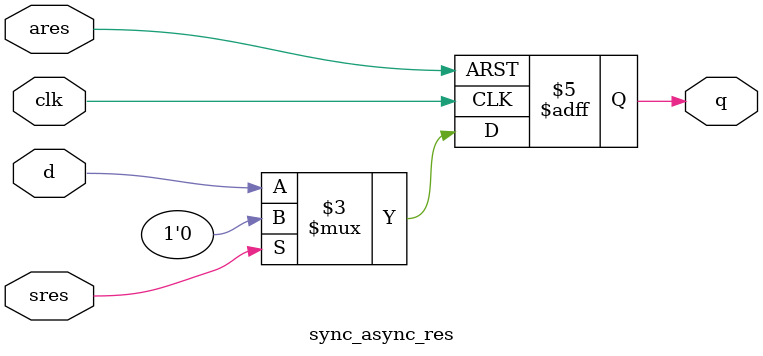
<source format=v>
`timescale 1ns / 1ps
module sync_async_res(clk,d,sres,ares,q);
input clk,d,sres,ares;
output reg  q;

always @(posedge clk ,posedge ares)
begin
	if(ares)
		q<=1'b0;
	else if(sres)
		q<=1'b0;
	else
		q<=d;
end
endmodule


</source>
